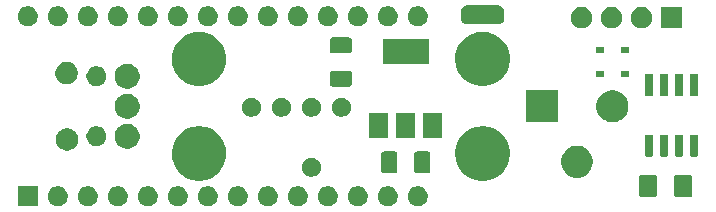
<source format=gts>
G04 #@! TF.GenerationSoftware,KiCad,Pcbnew,(5.1.5-0-10_14)*
G04 #@! TF.CreationDate,2020-02-22T10:41:04+08:00*
G04 #@! TF.ProjectId,audio-board,61756469-6f2d-4626-9f61-72642e6b6963,rev?*
G04 #@! TF.SameCoordinates,Original*
G04 #@! TF.FileFunction,Soldermask,Top*
G04 #@! TF.FilePolarity,Negative*
%FSLAX46Y46*%
G04 Gerber Fmt 4.6, Leading zero omitted, Abs format (unit mm)*
G04 Created by KiCad (PCBNEW (5.1.5-0-10_14)) date 2020-02-22 10:41:04*
%MOMM*%
%LPD*%
G04 APERTURE LIST*
%ADD10C,0.100000*%
G04 APERTURE END LIST*
D10*
G36*
X147433228Y-105806703D02*
G01*
X147588100Y-105870853D01*
X147727481Y-105963985D01*
X147846015Y-106082519D01*
X147939147Y-106221900D01*
X148003297Y-106376772D01*
X148036000Y-106541184D01*
X148036000Y-106708816D01*
X148003297Y-106873228D01*
X147939147Y-107028100D01*
X147846015Y-107167481D01*
X147727481Y-107286015D01*
X147588100Y-107379147D01*
X147433228Y-107443297D01*
X147268816Y-107476000D01*
X147101184Y-107476000D01*
X146936772Y-107443297D01*
X146781900Y-107379147D01*
X146642519Y-107286015D01*
X146523985Y-107167481D01*
X146430853Y-107028100D01*
X146366703Y-106873228D01*
X146334000Y-106708816D01*
X146334000Y-106541184D01*
X146366703Y-106376772D01*
X146430853Y-106221900D01*
X146523985Y-106082519D01*
X146642519Y-105963985D01*
X146781900Y-105870853D01*
X146936772Y-105806703D01*
X147101184Y-105774000D01*
X147268816Y-105774000D01*
X147433228Y-105806703D01*
G37*
G36*
X144893228Y-105806703D02*
G01*
X145048100Y-105870853D01*
X145187481Y-105963985D01*
X145306015Y-106082519D01*
X145399147Y-106221900D01*
X145463297Y-106376772D01*
X145496000Y-106541184D01*
X145496000Y-106708816D01*
X145463297Y-106873228D01*
X145399147Y-107028100D01*
X145306015Y-107167481D01*
X145187481Y-107286015D01*
X145048100Y-107379147D01*
X144893228Y-107443297D01*
X144728816Y-107476000D01*
X144561184Y-107476000D01*
X144396772Y-107443297D01*
X144241900Y-107379147D01*
X144102519Y-107286015D01*
X143983985Y-107167481D01*
X143890853Y-107028100D01*
X143826703Y-106873228D01*
X143794000Y-106708816D01*
X143794000Y-106541184D01*
X143826703Y-106376772D01*
X143890853Y-106221900D01*
X143983985Y-106082519D01*
X144102519Y-105963985D01*
X144241900Y-105870853D01*
X144396772Y-105806703D01*
X144561184Y-105774000D01*
X144728816Y-105774000D01*
X144893228Y-105806703D01*
G37*
G36*
X142353228Y-105806703D02*
G01*
X142508100Y-105870853D01*
X142647481Y-105963985D01*
X142766015Y-106082519D01*
X142859147Y-106221900D01*
X142923297Y-106376772D01*
X142956000Y-106541184D01*
X142956000Y-106708816D01*
X142923297Y-106873228D01*
X142859147Y-107028100D01*
X142766015Y-107167481D01*
X142647481Y-107286015D01*
X142508100Y-107379147D01*
X142353228Y-107443297D01*
X142188816Y-107476000D01*
X142021184Y-107476000D01*
X141856772Y-107443297D01*
X141701900Y-107379147D01*
X141562519Y-107286015D01*
X141443985Y-107167481D01*
X141350853Y-107028100D01*
X141286703Y-106873228D01*
X141254000Y-106708816D01*
X141254000Y-106541184D01*
X141286703Y-106376772D01*
X141350853Y-106221900D01*
X141443985Y-106082519D01*
X141562519Y-105963985D01*
X141701900Y-105870853D01*
X141856772Y-105806703D01*
X142021184Y-105774000D01*
X142188816Y-105774000D01*
X142353228Y-105806703D01*
G37*
G36*
X139813228Y-105806703D02*
G01*
X139968100Y-105870853D01*
X140107481Y-105963985D01*
X140226015Y-106082519D01*
X140319147Y-106221900D01*
X140383297Y-106376772D01*
X140416000Y-106541184D01*
X140416000Y-106708816D01*
X140383297Y-106873228D01*
X140319147Y-107028100D01*
X140226015Y-107167481D01*
X140107481Y-107286015D01*
X139968100Y-107379147D01*
X139813228Y-107443297D01*
X139648816Y-107476000D01*
X139481184Y-107476000D01*
X139316772Y-107443297D01*
X139161900Y-107379147D01*
X139022519Y-107286015D01*
X138903985Y-107167481D01*
X138810853Y-107028100D01*
X138746703Y-106873228D01*
X138714000Y-106708816D01*
X138714000Y-106541184D01*
X138746703Y-106376772D01*
X138810853Y-106221900D01*
X138903985Y-106082519D01*
X139022519Y-105963985D01*
X139161900Y-105870853D01*
X139316772Y-105806703D01*
X139481184Y-105774000D01*
X139648816Y-105774000D01*
X139813228Y-105806703D01*
G37*
G36*
X137273228Y-105806703D02*
G01*
X137428100Y-105870853D01*
X137567481Y-105963985D01*
X137686015Y-106082519D01*
X137779147Y-106221900D01*
X137843297Y-106376772D01*
X137876000Y-106541184D01*
X137876000Y-106708816D01*
X137843297Y-106873228D01*
X137779147Y-107028100D01*
X137686015Y-107167481D01*
X137567481Y-107286015D01*
X137428100Y-107379147D01*
X137273228Y-107443297D01*
X137108816Y-107476000D01*
X136941184Y-107476000D01*
X136776772Y-107443297D01*
X136621900Y-107379147D01*
X136482519Y-107286015D01*
X136363985Y-107167481D01*
X136270853Y-107028100D01*
X136206703Y-106873228D01*
X136174000Y-106708816D01*
X136174000Y-106541184D01*
X136206703Y-106376772D01*
X136270853Y-106221900D01*
X136363985Y-106082519D01*
X136482519Y-105963985D01*
X136621900Y-105870853D01*
X136776772Y-105806703D01*
X136941184Y-105774000D01*
X137108816Y-105774000D01*
X137273228Y-105806703D01*
G37*
G36*
X134733228Y-105806703D02*
G01*
X134888100Y-105870853D01*
X135027481Y-105963985D01*
X135146015Y-106082519D01*
X135239147Y-106221900D01*
X135303297Y-106376772D01*
X135336000Y-106541184D01*
X135336000Y-106708816D01*
X135303297Y-106873228D01*
X135239147Y-107028100D01*
X135146015Y-107167481D01*
X135027481Y-107286015D01*
X134888100Y-107379147D01*
X134733228Y-107443297D01*
X134568816Y-107476000D01*
X134401184Y-107476000D01*
X134236772Y-107443297D01*
X134081900Y-107379147D01*
X133942519Y-107286015D01*
X133823985Y-107167481D01*
X133730853Y-107028100D01*
X133666703Y-106873228D01*
X133634000Y-106708816D01*
X133634000Y-106541184D01*
X133666703Y-106376772D01*
X133730853Y-106221900D01*
X133823985Y-106082519D01*
X133942519Y-105963985D01*
X134081900Y-105870853D01*
X134236772Y-105806703D01*
X134401184Y-105774000D01*
X134568816Y-105774000D01*
X134733228Y-105806703D01*
G37*
G36*
X132193228Y-105806703D02*
G01*
X132348100Y-105870853D01*
X132487481Y-105963985D01*
X132606015Y-106082519D01*
X132699147Y-106221900D01*
X132763297Y-106376772D01*
X132796000Y-106541184D01*
X132796000Y-106708816D01*
X132763297Y-106873228D01*
X132699147Y-107028100D01*
X132606015Y-107167481D01*
X132487481Y-107286015D01*
X132348100Y-107379147D01*
X132193228Y-107443297D01*
X132028816Y-107476000D01*
X131861184Y-107476000D01*
X131696772Y-107443297D01*
X131541900Y-107379147D01*
X131402519Y-107286015D01*
X131283985Y-107167481D01*
X131190853Y-107028100D01*
X131126703Y-106873228D01*
X131094000Y-106708816D01*
X131094000Y-106541184D01*
X131126703Y-106376772D01*
X131190853Y-106221900D01*
X131283985Y-106082519D01*
X131402519Y-105963985D01*
X131541900Y-105870853D01*
X131696772Y-105806703D01*
X131861184Y-105774000D01*
X132028816Y-105774000D01*
X132193228Y-105806703D01*
G37*
G36*
X129653228Y-105806703D02*
G01*
X129808100Y-105870853D01*
X129947481Y-105963985D01*
X130066015Y-106082519D01*
X130159147Y-106221900D01*
X130223297Y-106376772D01*
X130256000Y-106541184D01*
X130256000Y-106708816D01*
X130223297Y-106873228D01*
X130159147Y-107028100D01*
X130066015Y-107167481D01*
X129947481Y-107286015D01*
X129808100Y-107379147D01*
X129653228Y-107443297D01*
X129488816Y-107476000D01*
X129321184Y-107476000D01*
X129156772Y-107443297D01*
X129001900Y-107379147D01*
X128862519Y-107286015D01*
X128743985Y-107167481D01*
X128650853Y-107028100D01*
X128586703Y-106873228D01*
X128554000Y-106708816D01*
X128554000Y-106541184D01*
X128586703Y-106376772D01*
X128650853Y-106221900D01*
X128743985Y-106082519D01*
X128862519Y-105963985D01*
X129001900Y-105870853D01*
X129156772Y-105806703D01*
X129321184Y-105774000D01*
X129488816Y-105774000D01*
X129653228Y-105806703D01*
G37*
G36*
X127113228Y-105806703D02*
G01*
X127268100Y-105870853D01*
X127407481Y-105963985D01*
X127526015Y-106082519D01*
X127619147Y-106221900D01*
X127683297Y-106376772D01*
X127716000Y-106541184D01*
X127716000Y-106708816D01*
X127683297Y-106873228D01*
X127619147Y-107028100D01*
X127526015Y-107167481D01*
X127407481Y-107286015D01*
X127268100Y-107379147D01*
X127113228Y-107443297D01*
X126948816Y-107476000D01*
X126781184Y-107476000D01*
X126616772Y-107443297D01*
X126461900Y-107379147D01*
X126322519Y-107286015D01*
X126203985Y-107167481D01*
X126110853Y-107028100D01*
X126046703Y-106873228D01*
X126014000Y-106708816D01*
X126014000Y-106541184D01*
X126046703Y-106376772D01*
X126110853Y-106221900D01*
X126203985Y-106082519D01*
X126322519Y-105963985D01*
X126461900Y-105870853D01*
X126616772Y-105806703D01*
X126781184Y-105774000D01*
X126948816Y-105774000D01*
X127113228Y-105806703D01*
G37*
G36*
X124573228Y-105806703D02*
G01*
X124728100Y-105870853D01*
X124867481Y-105963985D01*
X124986015Y-106082519D01*
X125079147Y-106221900D01*
X125143297Y-106376772D01*
X125176000Y-106541184D01*
X125176000Y-106708816D01*
X125143297Y-106873228D01*
X125079147Y-107028100D01*
X124986015Y-107167481D01*
X124867481Y-107286015D01*
X124728100Y-107379147D01*
X124573228Y-107443297D01*
X124408816Y-107476000D01*
X124241184Y-107476000D01*
X124076772Y-107443297D01*
X123921900Y-107379147D01*
X123782519Y-107286015D01*
X123663985Y-107167481D01*
X123570853Y-107028100D01*
X123506703Y-106873228D01*
X123474000Y-106708816D01*
X123474000Y-106541184D01*
X123506703Y-106376772D01*
X123570853Y-106221900D01*
X123663985Y-106082519D01*
X123782519Y-105963985D01*
X123921900Y-105870853D01*
X124076772Y-105806703D01*
X124241184Y-105774000D01*
X124408816Y-105774000D01*
X124573228Y-105806703D01*
G37*
G36*
X122033228Y-105806703D02*
G01*
X122188100Y-105870853D01*
X122327481Y-105963985D01*
X122446015Y-106082519D01*
X122539147Y-106221900D01*
X122603297Y-106376772D01*
X122636000Y-106541184D01*
X122636000Y-106708816D01*
X122603297Y-106873228D01*
X122539147Y-107028100D01*
X122446015Y-107167481D01*
X122327481Y-107286015D01*
X122188100Y-107379147D01*
X122033228Y-107443297D01*
X121868816Y-107476000D01*
X121701184Y-107476000D01*
X121536772Y-107443297D01*
X121381900Y-107379147D01*
X121242519Y-107286015D01*
X121123985Y-107167481D01*
X121030853Y-107028100D01*
X120966703Y-106873228D01*
X120934000Y-106708816D01*
X120934000Y-106541184D01*
X120966703Y-106376772D01*
X121030853Y-106221900D01*
X121123985Y-106082519D01*
X121242519Y-105963985D01*
X121381900Y-105870853D01*
X121536772Y-105806703D01*
X121701184Y-105774000D01*
X121868816Y-105774000D01*
X122033228Y-105806703D01*
G37*
G36*
X119493228Y-105806703D02*
G01*
X119648100Y-105870853D01*
X119787481Y-105963985D01*
X119906015Y-106082519D01*
X119999147Y-106221900D01*
X120063297Y-106376772D01*
X120096000Y-106541184D01*
X120096000Y-106708816D01*
X120063297Y-106873228D01*
X119999147Y-107028100D01*
X119906015Y-107167481D01*
X119787481Y-107286015D01*
X119648100Y-107379147D01*
X119493228Y-107443297D01*
X119328816Y-107476000D01*
X119161184Y-107476000D01*
X118996772Y-107443297D01*
X118841900Y-107379147D01*
X118702519Y-107286015D01*
X118583985Y-107167481D01*
X118490853Y-107028100D01*
X118426703Y-106873228D01*
X118394000Y-106708816D01*
X118394000Y-106541184D01*
X118426703Y-106376772D01*
X118490853Y-106221900D01*
X118583985Y-106082519D01*
X118702519Y-105963985D01*
X118841900Y-105870853D01*
X118996772Y-105806703D01*
X119161184Y-105774000D01*
X119328816Y-105774000D01*
X119493228Y-105806703D01*
G37*
G36*
X116953228Y-105806703D02*
G01*
X117108100Y-105870853D01*
X117247481Y-105963985D01*
X117366015Y-106082519D01*
X117459147Y-106221900D01*
X117523297Y-106376772D01*
X117556000Y-106541184D01*
X117556000Y-106708816D01*
X117523297Y-106873228D01*
X117459147Y-107028100D01*
X117366015Y-107167481D01*
X117247481Y-107286015D01*
X117108100Y-107379147D01*
X116953228Y-107443297D01*
X116788816Y-107476000D01*
X116621184Y-107476000D01*
X116456772Y-107443297D01*
X116301900Y-107379147D01*
X116162519Y-107286015D01*
X116043985Y-107167481D01*
X115950853Y-107028100D01*
X115886703Y-106873228D01*
X115854000Y-106708816D01*
X115854000Y-106541184D01*
X115886703Y-106376772D01*
X115950853Y-106221900D01*
X116043985Y-106082519D01*
X116162519Y-105963985D01*
X116301900Y-105870853D01*
X116456772Y-105806703D01*
X116621184Y-105774000D01*
X116788816Y-105774000D01*
X116953228Y-105806703D01*
G37*
G36*
X115016000Y-107476000D02*
G01*
X113314000Y-107476000D01*
X113314000Y-105774000D01*
X115016000Y-105774000D01*
X115016000Y-107476000D01*
G37*
G36*
X167300562Y-104833181D02*
G01*
X167335481Y-104843774D01*
X167367663Y-104860976D01*
X167395873Y-104884127D01*
X167419024Y-104912337D01*
X167436226Y-104944519D01*
X167446819Y-104979438D01*
X167451000Y-105021895D01*
X167451000Y-106488105D01*
X167446819Y-106530562D01*
X167436226Y-106565481D01*
X167419024Y-106597663D01*
X167395873Y-106625873D01*
X167367663Y-106649024D01*
X167335481Y-106666226D01*
X167300562Y-106676819D01*
X167258105Y-106681000D01*
X166116895Y-106681000D01*
X166074438Y-106676819D01*
X166039519Y-106666226D01*
X166007337Y-106649024D01*
X165979127Y-106625873D01*
X165955976Y-106597663D01*
X165938774Y-106565481D01*
X165928181Y-106530562D01*
X165924000Y-106488105D01*
X165924000Y-105021895D01*
X165928181Y-104979438D01*
X165938774Y-104944519D01*
X165955976Y-104912337D01*
X165979127Y-104884127D01*
X166007337Y-104860976D01*
X166039519Y-104843774D01*
X166074438Y-104833181D01*
X166116895Y-104829000D01*
X167258105Y-104829000D01*
X167300562Y-104833181D01*
G37*
G36*
X170275562Y-104833181D02*
G01*
X170310481Y-104843774D01*
X170342663Y-104860976D01*
X170370873Y-104884127D01*
X170394024Y-104912337D01*
X170411226Y-104944519D01*
X170421819Y-104979438D01*
X170426000Y-105021895D01*
X170426000Y-106488105D01*
X170421819Y-106530562D01*
X170411226Y-106565481D01*
X170394024Y-106597663D01*
X170370873Y-106625873D01*
X170342663Y-106649024D01*
X170310481Y-106666226D01*
X170275562Y-106676819D01*
X170233105Y-106681000D01*
X169091895Y-106681000D01*
X169049438Y-106676819D01*
X169014519Y-106666226D01*
X168982337Y-106649024D01*
X168954127Y-106625873D01*
X168930976Y-106597663D01*
X168913774Y-106565481D01*
X168903181Y-106530562D01*
X168899000Y-106488105D01*
X168899000Y-105021895D01*
X168903181Y-104979438D01*
X168913774Y-104944519D01*
X168930976Y-104912337D01*
X168954127Y-104884127D01*
X168982337Y-104860976D01*
X169014519Y-104843774D01*
X169049438Y-104833181D01*
X169091895Y-104829000D01*
X170233105Y-104829000D01*
X170275562Y-104833181D01*
G37*
G36*
X153015765Y-100726703D02*
G01*
X153346177Y-100792426D01*
X153764932Y-100965880D01*
X154141802Y-101217696D01*
X154462304Y-101538198D01*
X154714120Y-101915068D01*
X154887574Y-102333823D01*
X154915931Y-102476384D01*
X154976000Y-102778370D01*
X154976000Y-103231630D01*
X154952057Y-103352000D01*
X154887574Y-103676177D01*
X154714120Y-104094932D01*
X154462304Y-104471802D01*
X154141802Y-104792304D01*
X153764932Y-105044120D01*
X153346177Y-105217574D01*
X153123903Y-105261787D01*
X152901630Y-105306000D01*
X152448370Y-105306000D01*
X152226097Y-105261787D01*
X152003823Y-105217574D01*
X151585068Y-105044120D01*
X151208198Y-104792304D01*
X150887696Y-104471802D01*
X150635880Y-104094932D01*
X150462426Y-103676177D01*
X150397943Y-103352000D01*
X150374000Y-103231630D01*
X150374000Y-102778370D01*
X150434069Y-102476384D01*
X150462426Y-102333823D01*
X150635880Y-101915068D01*
X150887696Y-101538198D01*
X151208198Y-101217696D01*
X151585068Y-100965880D01*
X152003823Y-100792426D01*
X152334235Y-100726703D01*
X152448370Y-100704000D01*
X152901630Y-100704000D01*
X153015765Y-100726703D01*
G37*
G36*
X129015765Y-100726703D02*
G01*
X129346177Y-100792426D01*
X129764932Y-100965880D01*
X130141802Y-101217696D01*
X130462304Y-101538198D01*
X130714120Y-101915068D01*
X130887574Y-102333823D01*
X130915931Y-102476384D01*
X130976000Y-102778370D01*
X130976000Y-103231630D01*
X130952057Y-103352000D01*
X130887574Y-103676177D01*
X130714120Y-104094932D01*
X130462304Y-104471802D01*
X130141802Y-104792304D01*
X129764932Y-105044120D01*
X129346177Y-105217574D01*
X129123903Y-105261787D01*
X128901630Y-105306000D01*
X128448370Y-105306000D01*
X128226097Y-105261787D01*
X128003823Y-105217574D01*
X127585068Y-105044120D01*
X127208198Y-104792304D01*
X126887696Y-104471802D01*
X126635880Y-104094932D01*
X126462426Y-103676177D01*
X126397943Y-103352000D01*
X126374000Y-103231630D01*
X126374000Y-102778370D01*
X126434069Y-102476384D01*
X126462426Y-102333823D01*
X126635880Y-101915068D01*
X126887696Y-101538198D01*
X127208198Y-101217696D01*
X127585068Y-100965880D01*
X128003823Y-100792426D01*
X128334235Y-100726703D01*
X128448370Y-100704000D01*
X128901630Y-100704000D01*
X129015765Y-100726703D01*
G37*
G36*
X161019211Y-102396000D02*
G01*
X161069072Y-102405918D01*
X161314939Y-102507759D01*
X161386554Y-102555611D01*
X161536211Y-102655609D01*
X161724391Y-102843789D01*
X161794807Y-102949174D01*
X161859938Y-103046648D01*
X161872242Y-103065063D01*
X161974082Y-103310928D01*
X162018355Y-103533501D01*
X162026000Y-103571938D01*
X162026000Y-103838062D01*
X161974082Y-104099072D01*
X161872241Y-104344939D01*
X161724390Y-104566212D01*
X161536212Y-104754390D01*
X161314939Y-104902241D01*
X161314938Y-104902242D01*
X161314937Y-104902242D01*
X161069072Y-105004082D01*
X160808063Y-105056000D01*
X160541937Y-105056000D01*
X160280928Y-105004082D01*
X160035063Y-104902242D01*
X160035062Y-104902242D01*
X160035061Y-104902241D01*
X159813788Y-104754390D01*
X159625610Y-104566212D01*
X159477759Y-104344939D01*
X159375918Y-104099072D01*
X159324000Y-103838062D01*
X159324000Y-103571938D01*
X159331646Y-103533501D01*
X159375918Y-103310928D01*
X159477758Y-103065063D01*
X159490063Y-103046648D01*
X159555193Y-102949174D01*
X159625609Y-102843789D01*
X159813789Y-102655609D01*
X159963446Y-102555611D01*
X160035061Y-102507759D01*
X160280928Y-102405918D01*
X160330789Y-102396000D01*
X160541937Y-102354000D01*
X160808063Y-102354000D01*
X161019211Y-102396000D01*
G37*
G36*
X138412142Y-103383242D02*
G01*
X138560101Y-103444529D01*
X138693255Y-103533499D01*
X138806501Y-103646745D01*
X138895471Y-103779899D01*
X138956758Y-103927858D01*
X138988000Y-104084925D01*
X138988000Y-104245075D01*
X138956758Y-104402142D01*
X138895471Y-104550101D01*
X138806501Y-104683255D01*
X138693255Y-104796501D01*
X138560101Y-104885471D01*
X138412142Y-104946758D01*
X138255075Y-104978000D01*
X138094925Y-104978000D01*
X137937858Y-104946758D01*
X137789899Y-104885471D01*
X137656745Y-104796501D01*
X137543499Y-104683255D01*
X137454529Y-104550101D01*
X137393242Y-104402142D01*
X137362000Y-104245075D01*
X137362000Y-104084925D01*
X137393242Y-103927858D01*
X137454529Y-103779899D01*
X137543499Y-103646745D01*
X137656745Y-103533499D01*
X137789899Y-103444529D01*
X137937858Y-103383242D01*
X138094925Y-103352000D01*
X138255075Y-103352000D01*
X138412142Y-103383242D01*
G37*
G36*
X148093604Y-102833347D02*
G01*
X148130144Y-102844432D01*
X148163821Y-102862433D01*
X148193341Y-102886659D01*
X148217567Y-102916179D01*
X148235568Y-102949856D01*
X148246653Y-102986396D01*
X148251000Y-103030538D01*
X148251000Y-104479462D01*
X148246653Y-104523604D01*
X148235568Y-104560144D01*
X148217567Y-104593821D01*
X148193341Y-104623341D01*
X148163821Y-104647567D01*
X148130144Y-104665568D01*
X148093604Y-104676653D01*
X148049462Y-104681000D01*
X147100538Y-104681000D01*
X147056396Y-104676653D01*
X147019856Y-104665568D01*
X146986179Y-104647567D01*
X146956659Y-104623341D01*
X146932433Y-104593821D01*
X146914432Y-104560144D01*
X146903347Y-104523604D01*
X146899000Y-104479462D01*
X146899000Y-103030538D01*
X146903347Y-102986396D01*
X146914432Y-102949856D01*
X146932433Y-102916179D01*
X146956659Y-102886659D01*
X146986179Y-102862433D01*
X147019856Y-102844432D01*
X147056396Y-102833347D01*
X147100538Y-102829000D01*
X148049462Y-102829000D01*
X148093604Y-102833347D01*
G37*
G36*
X145293604Y-102833347D02*
G01*
X145330144Y-102844432D01*
X145363821Y-102862433D01*
X145393341Y-102886659D01*
X145417567Y-102916179D01*
X145435568Y-102949856D01*
X145446653Y-102986396D01*
X145451000Y-103030538D01*
X145451000Y-104479462D01*
X145446653Y-104523604D01*
X145435568Y-104560144D01*
X145417567Y-104593821D01*
X145393341Y-104623341D01*
X145363821Y-104647567D01*
X145330144Y-104665568D01*
X145293604Y-104676653D01*
X145249462Y-104681000D01*
X144300538Y-104681000D01*
X144256396Y-104676653D01*
X144219856Y-104665568D01*
X144186179Y-104647567D01*
X144156659Y-104623341D01*
X144132433Y-104593821D01*
X144114432Y-104560144D01*
X144103347Y-104523604D01*
X144099000Y-104479462D01*
X144099000Y-103030538D01*
X144103347Y-102986396D01*
X144114432Y-102949856D01*
X144132433Y-102916179D01*
X144156659Y-102886659D01*
X144186179Y-102862433D01*
X144219856Y-102844432D01*
X144256396Y-102833347D01*
X144300538Y-102829000D01*
X145249462Y-102829000D01*
X145293604Y-102833347D01*
G37*
G36*
X167029928Y-101406764D02*
G01*
X167051009Y-101413160D01*
X167070445Y-101423548D01*
X167087476Y-101437524D01*
X167101452Y-101454555D01*
X167111840Y-101473991D01*
X167118236Y-101495072D01*
X167121000Y-101523140D01*
X167121000Y-103136860D01*
X167118236Y-103164928D01*
X167111840Y-103186009D01*
X167101452Y-103205445D01*
X167087476Y-103222476D01*
X167070445Y-103236452D01*
X167051009Y-103246840D01*
X167029928Y-103253236D01*
X167001860Y-103256000D01*
X166538140Y-103256000D01*
X166510072Y-103253236D01*
X166488991Y-103246840D01*
X166469555Y-103236452D01*
X166452524Y-103222476D01*
X166438548Y-103205445D01*
X166428160Y-103186009D01*
X166421764Y-103164928D01*
X166419000Y-103136860D01*
X166419000Y-101523140D01*
X166421764Y-101495072D01*
X166428160Y-101473991D01*
X166438548Y-101454555D01*
X166452524Y-101437524D01*
X166469555Y-101423548D01*
X166488991Y-101413160D01*
X166510072Y-101406764D01*
X166538140Y-101404000D01*
X167001860Y-101404000D01*
X167029928Y-101406764D01*
G37*
G36*
X168299928Y-101406764D02*
G01*
X168321009Y-101413160D01*
X168340445Y-101423548D01*
X168357476Y-101437524D01*
X168371452Y-101454555D01*
X168381840Y-101473991D01*
X168388236Y-101495072D01*
X168391000Y-101523140D01*
X168391000Y-103136860D01*
X168388236Y-103164928D01*
X168381840Y-103186009D01*
X168371452Y-103205445D01*
X168357476Y-103222476D01*
X168340445Y-103236452D01*
X168321009Y-103246840D01*
X168299928Y-103253236D01*
X168271860Y-103256000D01*
X167808140Y-103256000D01*
X167780072Y-103253236D01*
X167758991Y-103246840D01*
X167739555Y-103236452D01*
X167722524Y-103222476D01*
X167708548Y-103205445D01*
X167698160Y-103186009D01*
X167691764Y-103164928D01*
X167689000Y-103136860D01*
X167689000Y-101523140D01*
X167691764Y-101495072D01*
X167698160Y-101473991D01*
X167708548Y-101454555D01*
X167722524Y-101437524D01*
X167739555Y-101423548D01*
X167758991Y-101413160D01*
X167780072Y-101406764D01*
X167808140Y-101404000D01*
X168271860Y-101404000D01*
X168299928Y-101406764D01*
G37*
G36*
X170839928Y-101406764D02*
G01*
X170861009Y-101413160D01*
X170880445Y-101423548D01*
X170897476Y-101437524D01*
X170911452Y-101454555D01*
X170921840Y-101473991D01*
X170928236Y-101495072D01*
X170931000Y-101523140D01*
X170931000Y-103136860D01*
X170928236Y-103164928D01*
X170921840Y-103186009D01*
X170911452Y-103205445D01*
X170897476Y-103222476D01*
X170880445Y-103236452D01*
X170861009Y-103246840D01*
X170839928Y-103253236D01*
X170811860Y-103256000D01*
X170348140Y-103256000D01*
X170320072Y-103253236D01*
X170298991Y-103246840D01*
X170279555Y-103236452D01*
X170262524Y-103222476D01*
X170248548Y-103205445D01*
X170238160Y-103186009D01*
X170231764Y-103164928D01*
X170229000Y-103136860D01*
X170229000Y-101523140D01*
X170231764Y-101495072D01*
X170238160Y-101473991D01*
X170248548Y-101454555D01*
X170262524Y-101437524D01*
X170279555Y-101423548D01*
X170298991Y-101413160D01*
X170320072Y-101406764D01*
X170348140Y-101404000D01*
X170811860Y-101404000D01*
X170839928Y-101406764D01*
G37*
G36*
X169569928Y-101406764D02*
G01*
X169591009Y-101413160D01*
X169610445Y-101423548D01*
X169627476Y-101437524D01*
X169641452Y-101454555D01*
X169651840Y-101473991D01*
X169658236Y-101495072D01*
X169661000Y-101523140D01*
X169661000Y-103136860D01*
X169658236Y-103164928D01*
X169651840Y-103186009D01*
X169641452Y-103205445D01*
X169627476Y-103222476D01*
X169610445Y-103236452D01*
X169591009Y-103246840D01*
X169569928Y-103253236D01*
X169541860Y-103256000D01*
X169078140Y-103256000D01*
X169050072Y-103253236D01*
X169028991Y-103246840D01*
X169009555Y-103236452D01*
X168992524Y-103222476D01*
X168978548Y-103205445D01*
X168968160Y-103186009D01*
X168961764Y-103164928D01*
X168959000Y-103136860D01*
X168959000Y-101523140D01*
X168961764Y-101495072D01*
X168968160Y-101473991D01*
X168978548Y-101454555D01*
X168992524Y-101437524D01*
X169009555Y-101423548D01*
X169028991Y-101413160D01*
X169050072Y-101406764D01*
X169078140Y-101404000D01*
X169541860Y-101404000D01*
X169569928Y-101406764D01*
G37*
G36*
X117782395Y-100890546D02*
G01*
X117955466Y-100962234D01*
X118015757Y-101002519D01*
X118111227Y-101066310D01*
X118243690Y-101198773D01*
X118270191Y-101238435D01*
X118347766Y-101354534D01*
X118419454Y-101527605D01*
X118456000Y-101711333D01*
X118456000Y-101898667D01*
X118419454Y-102082395D01*
X118347766Y-102255466D01*
X118296081Y-102332818D01*
X118243690Y-102411227D01*
X118111227Y-102543690D01*
X118032939Y-102596000D01*
X117955466Y-102647766D01*
X117782395Y-102719454D01*
X117598667Y-102756000D01*
X117411333Y-102756000D01*
X117227605Y-102719454D01*
X117054534Y-102647766D01*
X116977061Y-102596000D01*
X116898773Y-102543690D01*
X116766310Y-102411227D01*
X116713919Y-102332818D01*
X116662234Y-102255466D01*
X116590546Y-102082395D01*
X116554000Y-101898667D01*
X116554000Y-101711333D01*
X116590546Y-101527605D01*
X116662234Y-101354534D01*
X116739809Y-101238435D01*
X116766310Y-101198773D01*
X116898773Y-101066310D01*
X116994243Y-101002519D01*
X117054534Y-100962234D01*
X117227605Y-100890546D01*
X117411333Y-100854000D01*
X117598667Y-100854000D01*
X117782395Y-100890546D01*
G37*
G36*
X122891564Y-100534389D02*
G01*
X123082833Y-100613615D01*
X123082835Y-100613616D01*
X123254973Y-100728635D01*
X123401365Y-100875027D01*
X123459636Y-100962235D01*
X123516385Y-101047167D01*
X123595611Y-101238436D01*
X123636000Y-101441484D01*
X123636000Y-101648516D01*
X123595611Y-101851564D01*
X123516385Y-102042833D01*
X123516384Y-102042835D01*
X123401365Y-102214973D01*
X123254973Y-102361365D01*
X123082835Y-102476384D01*
X123082834Y-102476385D01*
X123082833Y-102476385D01*
X122891564Y-102555611D01*
X122688516Y-102596000D01*
X122481484Y-102596000D01*
X122278436Y-102555611D01*
X122087167Y-102476385D01*
X122087166Y-102476385D01*
X122087165Y-102476384D01*
X121915027Y-102361365D01*
X121768635Y-102214973D01*
X121653616Y-102042835D01*
X121653615Y-102042833D01*
X121574389Y-101851564D01*
X121534000Y-101648516D01*
X121534000Y-101441484D01*
X121574389Y-101238436D01*
X121653615Y-101047167D01*
X121710365Y-100962235D01*
X121768635Y-100875027D01*
X121915027Y-100728635D01*
X122087165Y-100613616D01*
X122087167Y-100613615D01*
X122278436Y-100534389D01*
X122481484Y-100494000D01*
X122688516Y-100494000D01*
X122891564Y-100534389D01*
G37*
G36*
X120233228Y-100726703D02*
G01*
X120388100Y-100790853D01*
X120527481Y-100883985D01*
X120646015Y-101002519D01*
X120739147Y-101141900D01*
X120803297Y-101296772D01*
X120836000Y-101461184D01*
X120836000Y-101628816D01*
X120803297Y-101793228D01*
X120739147Y-101948100D01*
X120646015Y-102087481D01*
X120527481Y-102206015D01*
X120388100Y-102299147D01*
X120233228Y-102363297D01*
X120068816Y-102396000D01*
X119901184Y-102396000D01*
X119736772Y-102363297D01*
X119581900Y-102299147D01*
X119442519Y-102206015D01*
X119323985Y-102087481D01*
X119230853Y-101948100D01*
X119166703Y-101793228D01*
X119134000Y-101628816D01*
X119134000Y-101461184D01*
X119166703Y-101296772D01*
X119230853Y-101141900D01*
X119323985Y-101002519D01*
X119442519Y-100883985D01*
X119581900Y-100790853D01*
X119736772Y-100726703D01*
X119901184Y-100694000D01*
X120068816Y-100694000D01*
X120233228Y-100726703D01*
G37*
G36*
X144676000Y-101706000D02*
G01*
X143074000Y-101706000D01*
X143074000Y-99604000D01*
X144676000Y-99604000D01*
X144676000Y-101706000D01*
G37*
G36*
X149276000Y-101706000D02*
G01*
X147674000Y-101706000D01*
X147674000Y-99604000D01*
X149276000Y-99604000D01*
X149276000Y-101706000D01*
G37*
G36*
X146976000Y-101706000D02*
G01*
X145374000Y-101706000D01*
X145374000Y-99604000D01*
X146976000Y-99604000D01*
X146976000Y-101706000D01*
G37*
G36*
X159026000Y-100356000D02*
G01*
X156324000Y-100356000D01*
X156324000Y-97654000D01*
X159026000Y-97654000D01*
X159026000Y-100356000D01*
G37*
G36*
X164069072Y-97705918D02*
G01*
X164314939Y-97807759D01*
X164426328Y-97882187D01*
X164533803Y-97954000D01*
X164536212Y-97955610D01*
X164724390Y-98143788D01*
X164871886Y-98364529D01*
X164872242Y-98365063D01*
X164974082Y-98610928D01*
X165026000Y-98871937D01*
X165026000Y-99138063D01*
X164974082Y-99399072D01*
X164872242Y-99644937D01*
X164724391Y-99866211D01*
X164536211Y-100054391D01*
X164426328Y-100127813D01*
X164314939Y-100202241D01*
X164314938Y-100202242D01*
X164314937Y-100202242D01*
X164069072Y-100304082D01*
X163808063Y-100356000D01*
X163541937Y-100356000D01*
X163280928Y-100304082D01*
X163035063Y-100202242D01*
X163035062Y-100202242D01*
X163035061Y-100202241D01*
X162923672Y-100127813D01*
X162813789Y-100054391D01*
X162625609Y-99866211D01*
X162477758Y-99644937D01*
X162375918Y-99399072D01*
X162324000Y-99138063D01*
X162324000Y-98871937D01*
X162375918Y-98610928D01*
X162477758Y-98365063D01*
X162478115Y-98364529D01*
X162625610Y-98143788D01*
X162813788Y-97955610D01*
X162816198Y-97954000D01*
X162923672Y-97882187D01*
X163035061Y-97807759D01*
X163280928Y-97705918D01*
X163541937Y-97654000D01*
X163808063Y-97654000D01*
X164069072Y-97705918D01*
G37*
G36*
X122891564Y-97994389D02*
G01*
X123080083Y-98072476D01*
X123082835Y-98073616D01*
X123254973Y-98188635D01*
X123401365Y-98335027D01*
X123480526Y-98453499D01*
X123516385Y-98507167D01*
X123595611Y-98698436D01*
X123636000Y-98901484D01*
X123636000Y-99108516D01*
X123595611Y-99311564D01*
X123559364Y-99399072D01*
X123516384Y-99502835D01*
X123401365Y-99674973D01*
X123254973Y-99821365D01*
X123082835Y-99936384D01*
X123082834Y-99936385D01*
X123082833Y-99936385D01*
X122891564Y-100015611D01*
X122688516Y-100056000D01*
X122481484Y-100056000D01*
X122278436Y-100015611D01*
X122087167Y-99936385D01*
X122087166Y-99936385D01*
X122087165Y-99936384D01*
X121915027Y-99821365D01*
X121768635Y-99674973D01*
X121653616Y-99502835D01*
X121610636Y-99399072D01*
X121574389Y-99311564D01*
X121534000Y-99108516D01*
X121534000Y-98901484D01*
X121574389Y-98698436D01*
X121653615Y-98507167D01*
X121689475Y-98453499D01*
X121768635Y-98335027D01*
X121915027Y-98188635D01*
X122087165Y-98073616D01*
X122089917Y-98072476D01*
X122278436Y-97994389D01*
X122481484Y-97954000D01*
X122688516Y-97954000D01*
X122891564Y-97994389D01*
G37*
G36*
X140952142Y-98303242D02*
G01*
X141100101Y-98364529D01*
X141233255Y-98453499D01*
X141346501Y-98566745D01*
X141435471Y-98699899D01*
X141496758Y-98847858D01*
X141528000Y-99004925D01*
X141528000Y-99165075D01*
X141496758Y-99322142D01*
X141435471Y-99470101D01*
X141346501Y-99603255D01*
X141233255Y-99716501D01*
X141100101Y-99805471D01*
X140952142Y-99866758D01*
X140795075Y-99898000D01*
X140634925Y-99898000D01*
X140477858Y-99866758D01*
X140329899Y-99805471D01*
X140196745Y-99716501D01*
X140083499Y-99603255D01*
X139994529Y-99470101D01*
X139933242Y-99322142D01*
X139902000Y-99165075D01*
X139902000Y-99004925D01*
X139933242Y-98847858D01*
X139994529Y-98699899D01*
X140083499Y-98566745D01*
X140196745Y-98453499D01*
X140329899Y-98364529D01*
X140477858Y-98303242D01*
X140634925Y-98272000D01*
X140795075Y-98272000D01*
X140952142Y-98303242D01*
G37*
G36*
X138412142Y-98303242D02*
G01*
X138560101Y-98364529D01*
X138693255Y-98453499D01*
X138806501Y-98566745D01*
X138895471Y-98699899D01*
X138956758Y-98847858D01*
X138988000Y-99004925D01*
X138988000Y-99165075D01*
X138956758Y-99322142D01*
X138895471Y-99470101D01*
X138806501Y-99603255D01*
X138693255Y-99716501D01*
X138560101Y-99805471D01*
X138412142Y-99866758D01*
X138255075Y-99898000D01*
X138094925Y-99898000D01*
X137937858Y-99866758D01*
X137789899Y-99805471D01*
X137656745Y-99716501D01*
X137543499Y-99603255D01*
X137454529Y-99470101D01*
X137393242Y-99322142D01*
X137362000Y-99165075D01*
X137362000Y-99004925D01*
X137393242Y-98847858D01*
X137454529Y-98699899D01*
X137543499Y-98566745D01*
X137656745Y-98453499D01*
X137789899Y-98364529D01*
X137937858Y-98303242D01*
X138094925Y-98272000D01*
X138255075Y-98272000D01*
X138412142Y-98303242D01*
G37*
G36*
X135872142Y-98303242D02*
G01*
X136020101Y-98364529D01*
X136153255Y-98453499D01*
X136266501Y-98566745D01*
X136355471Y-98699899D01*
X136416758Y-98847858D01*
X136448000Y-99004925D01*
X136448000Y-99165075D01*
X136416758Y-99322142D01*
X136355471Y-99470101D01*
X136266501Y-99603255D01*
X136153255Y-99716501D01*
X136020101Y-99805471D01*
X135872142Y-99866758D01*
X135715075Y-99898000D01*
X135554925Y-99898000D01*
X135397858Y-99866758D01*
X135249899Y-99805471D01*
X135116745Y-99716501D01*
X135003499Y-99603255D01*
X134914529Y-99470101D01*
X134853242Y-99322142D01*
X134822000Y-99165075D01*
X134822000Y-99004925D01*
X134853242Y-98847858D01*
X134914529Y-98699899D01*
X135003499Y-98566745D01*
X135116745Y-98453499D01*
X135249899Y-98364529D01*
X135397858Y-98303242D01*
X135554925Y-98272000D01*
X135715075Y-98272000D01*
X135872142Y-98303242D01*
G37*
G36*
X133332142Y-98303242D02*
G01*
X133480101Y-98364529D01*
X133613255Y-98453499D01*
X133726501Y-98566745D01*
X133815471Y-98699899D01*
X133876758Y-98847858D01*
X133908000Y-99004925D01*
X133908000Y-99165075D01*
X133876758Y-99322142D01*
X133815471Y-99470101D01*
X133726501Y-99603255D01*
X133613255Y-99716501D01*
X133480101Y-99805471D01*
X133332142Y-99866758D01*
X133175075Y-99898000D01*
X133014925Y-99898000D01*
X132857858Y-99866758D01*
X132709899Y-99805471D01*
X132576745Y-99716501D01*
X132463499Y-99603255D01*
X132374529Y-99470101D01*
X132313242Y-99322142D01*
X132282000Y-99165075D01*
X132282000Y-99004925D01*
X132313242Y-98847858D01*
X132374529Y-98699899D01*
X132463499Y-98566745D01*
X132576745Y-98453499D01*
X132709899Y-98364529D01*
X132857858Y-98303242D01*
X133014925Y-98272000D01*
X133175075Y-98272000D01*
X133332142Y-98303242D01*
G37*
G36*
X170839928Y-96256764D02*
G01*
X170861009Y-96263160D01*
X170880445Y-96273548D01*
X170897476Y-96287524D01*
X170911452Y-96304555D01*
X170921840Y-96323991D01*
X170928236Y-96345072D01*
X170931000Y-96373140D01*
X170931000Y-97986860D01*
X170928236Y-98014928D01*
X170921840Y-98036009D01*
X170911452Y-98055445D01*
X170897476Y-98072476D01*
X170880445Y-98086452D01*
X170861009Y-98096840D01*
X170839928Y-98103236D01*
X170811860Y-98106000D01*
X170348140Y-98106000D01*
X170320072Y-98103236D01*
X170298991Y-98096840D01*
X170279555Y-98086452D01*
X170262524Y-98072476D01*
X170248548Y-98055445D01*
X170238160Y-98036009D01*
X170231764Y-98014928D01*
X170229000Y-97986860D01*
X170229000Y-96373140D01*
X170231764Y-96345072D01*
X170238160Y-96323991D01*
X170248548Y-96304555D01*
X170262524Y-96287524D01*
X170279555Y-96273548D01*
X170298991Y-96263160D01*
X170320072Y-96256764D01*
X170348140Y-96254000D01*
X170811860Y-96254000D01*
X170839928Y-96256764D01*
G37*
G36*
X169569928Y-96256764D02*
G01*
X169591009Y-96263160D01*
X169610445Y-96273548D01*
X169627476Y-96287524D01*
X169641452Y-96304555D01*
X169651840Y-96323991D01*
X169658236Y-96345072D01*
X169661000Y-96373140D01*
X169661000Y-97986860D01*
X169658236Y-98014928D01*
X169651840Y-98036009D01*
X169641452Y-98055445D01*
X169627476Y-98072476D01*
X169610445Y-98086452D01*
X169591009Y-98096840D01*
X169569928Y-98103236D01*
X169541860Y-98106000D01*
X169078140Y-98106000D01*
X169050072Y-98103236D01*
X169028991Y-98096840D01*
X169009555Y-98086452D01*
X168992524Y-98072476D01*
X168978548Y-98055445D01*
X168968160Y-98036009D01*
X168961764Y-98014928D01*
X168959000Y-97986860D01*
X168959000Y-96373140D01*
X168961764Y-96345072D01*
X168968160Y-96323991D01*
X168978548Y-96304555D01*
X168992524Y-96287524D01*
X169009555Y-96273548D01*
X169028991Y-96263160D01*
X169050072Y-96256764D01*
X169078140Y-96254000D01*
X169541860Y-96254000D01*
X169569928Y-96256764D01*
G37*
G36*
X168299928Y-96256764D02*
G01*
X168321009Y-96263160D01*
X168340445Y-96273548D01*
X168357476Y-96287524D01*
X168371452Y-96304555D01*
X168381840Y-96323991D01*
X168388236Y-96345072D01*
X168391000Y-96373140D01*
X168391000Y-97986860D01*
X168388236Y-98014928D01*
X168381840Y-98036009D01*
X168371452Y-98055445D01*
X168357476Y-98072476D01*
X168340445Y-98086452D01*
X168321009Y-98096840D01*
X168299928Y-98103236D01*
X168271860Y-98106000D01*
X167808140Y-98106000D01*
X167780072Y-98103236D01*
X167758991Y-98096840D01*
X167739555Y-98086452D01*
X167722524Y-98072476D01*
X167708548Y-98055445D01*
X167698160Y-98036009D01*
X167691764Y-98014928D01*
X167689000Y-97986860D01*
X167689000Y-96373140D01*
X167691764Y-96345072D01*
X167698160Y-96323991D01*
X167708548Y-96304555D01*
X167722524Y-96287524D01*
X167739555Y-96273548D01*
X167758991Y-96263160D01*
X167780072Y-96256764D01*
X167808140Y-96254000D01*
X168271860Y-96254000D01*
X168299928Y-96256764D01*
G37*
G36*
X167029928Y-96256764D02*
G01*
X167051009Y-96263160D01*
X167070445Y-96273548D01*
X167087476Y-96287524D01*
X167101452Y-96304555D01*
X167111840Y-96323991D01*
X167118236Y-96345072D01*
X167121000Y-96373140D01*
X167121000Y-97986860D01*
X167118236Y-98014928D01*
X167111840Y-98036009D01*
X167101452Y-98055445D01*
X167087476Y-98072476D01*
X167070445Y-98086452D01*
X167051009Y-98096840D01*
X167029928Y-98103236D01*
X167001860Y-98106000D01*
X166538140Y-98106000D01*
X166510072Y-98103236D01*
X166488991Y-98096840D01*
X166469555Y-98086452D01*
X166452524Y-98072476D01*
X166438548Y-98055445D01*
X166428160Y-98036009D01*
X166421764Y-98014928D01*
X166419000Y-97986860D01*
X166419000Y-96373140D01*
X166421764Y-96345072D01*
X166428160Y-96323991D01*
X166438548Y-96304555D01*
X166452524Y-96287524D01*
X166469555Y-96273548D01*
X166488991Y-96263160D01*
X166510072Y-96256764D01*
X166538140Y-96254000D01*
X167001860Y-96254000D01*
X167029928Y-96256764D01*
G37*
G36*
X122891564Y-95454389D02*
G01*
X123082833Y-95533615D01*
X123082835Y-95533616D01*
X123180349Y-95598773D01*
X123254973Y-95648635D01*
X123401365Y-95795027D01*
X123516385Y-95967167D01*
X123595611Y-96158436D01*
X123636000Y-96361484D01*
X123636000Y-96568516D01*
X123595611Y-96771564D01*
X123524314Y-96943690D01*
X123516384Y-96962835D01*
X123401365Y-97134973D01*
X123254973Y-97281365D01*
X123082835Y-97396384D01*
X123082834Y-97396385D01*
X123082833Y-97396385D01*
X122891564Y-97475611D01*
X122688516Y-97516000D01*
X122481484Y-97516000D01*
X122278436Y-97475611D01*
X122087167Y-97396385D01*
X122087166Y-97396385D01*
X122087165Y-97396384D01*
X121915027Y-97281365D01*
X121768635Y-97134973D01*
X121653616Y-96962835D01*
X121645686Y-96943690D01*
X121574389Y-96771564D01*
X121534000Y-96568516D01*
X121534000Y-96361484D01*
X121574389Y-96158436D01*
X121653615Y-95967167D01*
X121768635Y-95795027D01*
X121915027Y-95648635D01*
X121989651Y-95598773D01*
X122087165Y-95533616D01*
X122087167Y-95533615D01*
X122278436Y-95454389D01*
X122481484Y-95414000D01*
X122688516Y-95414000D01*
X122891564Y-95454389D01*
G37*
G36*
X141443604Y-95983347D02*
G01*
X141480144Y-95994432D01*
X141513821Y-96012433D01*
X141543341Y-96036659D01*
X141567567Y-96066179D01*
X141585568Y-96099856D01*
X141596653Y-96136396D01*
X141601000Y-96180538D01*
X141601000Y-97129462D01*
X141596653Y-97173604D01*
X141585568Y-97210144D01*
X141567567Y-97243821D01*
X141543341Y-97273341D01*
X141513821Y-97297567D01*
X141480144Y-97315568D01*
X141443604Y-97326653D01*
X141399462Y-97331000D01*
X139950538Y-97331000D01*
X139906396Y-97326653D01*
X139869856Y-97315568D01*
X139836179Y-97297567D01*
X139806659Y-97273341D01*
X139782433Y-97243821D01*
X139764432Y-97210144D01*
X139753347Y-97173604D01*
X139749000Y-97129462D01*
X139749000Y-96180538D01*
X139753347Y-96136396D01*
X139764432Y-96099856D01*
X139782433Y-96066179D01*
X139806659Y-96036659D01*
X139836179Y-96012433D01*
X139869856Y-95994432D01*
X139906396Y-95983347D01*
X139950538Y-95979000D01*
X141399462Y-95979000D01*
X141443604Y-95983347D01*
G37*
G36*
X120233228Y-95646703D02*
G01*
X120388100Y-95710853D01*
X120527481Y-95803985D01*
X120646015Y-95922519D01*
X120739147Y-96061900D01*
X120803297Y-96216772D01*
X120836000Y-96381184D01*
X120836000Y-96548816D01*
X120803297Y-96713228D01*
X120739147Y-96868100D01*
X120646015Y-97007481D01*
X120527481Y-97126015D01*
X120388100Y-97219147D01*
X120233228Y-97283297D01*
X120068816Y-97316000D01*
X119901184Y-97316000D01*
X119736772Y-97283297D01*
X119581900Y-97219147D01*
X119442519Y-97126015D01*
X119323985Y-97007481D01*
X119230853Y-96868100D01*
X119166703Y-96713228D01*
X119134000Y-96548816D01*
X119134000Y-96381184D01*
X119166703Y-96216772D01*
X119230853Y-96061900D01*
X119323985Y-95922519D01*
X119442519Y-95803985D01*
X119581900Y-95710853D01*
X119736772Y-95646703D01*
X119901184Y-95614000D01*
X120068816Y-95614000D01*
X120233228Y-95646703D01*
G37*
G36*
X153123903Y-92748213D02*
G01*
X153346177Y-92792426D01*
X153764932Y-92965880D01*
X154141802Y-93217696D01*
X154462304Y-93538198D01*
X154714120Y-93915068D01*
X154887574Y-94333823D01*
X154887574Y-94333824D01*
X154976000Y-94778370D01*
X154976000Y-95231630D01*
X154939724Y-95414000D01*
X154887574Y-95676177D01*
X154714120Y-96094932D01*
X154462304Y-96471802D01*
X154141802Y-96792304D01*
X153764932Y-97044120D01*
X153346177Y-97217574D01*
X153214224Y-97243821D01*
X152901630Y-97306000D01*
X152448370Y-97306000D01*
X152135776Y-97243821D01*
X152003823Y-97217574D01*
X151585068Y-97044120D01*
X151208198Y-96792304D01*
X150887696Y-96471802D01*
X150635880Y-96094932D01*
X150462426Y-95676177D01*
X150410276Y-95414000D01*
X150374000Y-95231630D01*
X150374000Y-94778370D01*
X150462426Y-94333824D01*
X150462426Y-94333823D01*
X150635880Y-93915068D01*
X150887696Y-93538198D01*
X151208198Y-93217696D01*
X151585068Y-92965880D01*
X152003823Y-92792426D01*
X152226097Y-92748213D01*
X152448370Y-92704000D01*
X152901630Y-92704000D01*
X153123903Y-92748213D01*
G37*
G36*
X129123903Y-92748213D02*
G01*
X129346177Y-92792426D01*
X129764932Y-92965880D01*
X130141802Y-93217696D01*
X130462304Y-93538198D01*
X130714120Y-93915068D01*
X130887574Y-94333823D01*
X130887574Y-94333824D01*
X130976000Y-94778370D01*
X130976000Y-95231630D01*
X130939724Y-95414000D01*
X130887574Y-95676177D01*
X130714120Y-96094932D01*
X130462304Y-96471802D01*
X130141802Y-96792304D01*
X129764932Y-97044120D01*
X129346177Y-97217574D01*
X129214224Y-97243821D01*
X128901630Y-97306000D01*
X128448370Y-97306000D01*
X128135776Y-97243821D01*
X128003823Y-97217574D01*
X127585068Y-97044120D01*
X127208198Y-96792304D01*
X126887696Y-96471802D01*
X126635880Y-96094932D01*
X126462426Y-95676177D01*
X126410276Y-95414000D01*
X126374000Y-95231630D01*
X126374000Y-94778370D01*
X126462426Y-94333824D01*
X126462426Y-94333823D01*
X126635880Y-93915068D01*
X126887696Y-93538198D01*
X127208198Y-93217696D01*
X127585068Y-92965880D01*
X128003823Y-92792426D01*
X128226097Y-92748213D01*
X128448370Y-92704000D01*
X128901630Y-92704000D01*
X129123903Y-92748213D01*
G37*
G36*
X117742395Y-95290546D02*
G01*
X117915466Y-95362234D01*
X117915467Y-95362235D01*
X118071227Y-95466310D01*
X118203690Y-95598773D01*
X118255409Y-95676176D01*
X118307766Y-95754534D01*
X118379454Y-95927605D01*
X118416000Y-96111333D01*
X118416000Y-96298667D01*
X118379454Y-96482395D01*
X118307766Y-96655466D01*
X118307765Y-96655467D01*
X118203690Y-96811227D01*
X118071227Y-96943690D01*
X118042577Y-96962833D01*
X117915466Y-97047766D01*
X117742395Y-97119454D01*
X117558667Y-97156000D01*
X117371333Y-97156000D01*
X117187605Y-97119454D01*
X117014534Y-97047766D01*
X116887423Y-96962833D01*
X116858773Y-96943690D01*
X116726310Y-96811227D01*
X116622235Y-96655467D01*
X116622234Y-96655466D01*
X116550546Y-96482395D01*
X116514000Y-96298667D01*
X116514000Y-96111333D01*
X116550546Y-95927605D01*
X116622234Y-95754534D01*
X116674591Y-95676176D01*
X116726310Y-95598773D01*
X116858773Y-95466310D01*
X117014533Y-95362235D01*
X117014534Y-95362234D01*
X117187605Y-95290546D01*
X117371333Y-95254000D01*
X117558667Y-95254000D01*
X117742395Y-95290546D01*
G37*
G36*
X165076000Y-96531000D02*
G01*
X164374000Y-96531000D01*
X164374000Y-95979000D01*
X165076000Y-95979000D01*
X165076000Y-96531000D01*
G37*
G36*
X162976000Y-96531000D02*
G01*
X162274000Y-96531000D01*
X162274000Y-95979000D01*
X162976000Y-95979000D01*
X162976000Y-96531000D01*
G37*
G36*
X148126000Y-95406000D02*
G01*
X144224000Y-95406000D01*
X144224000Y-93304000D01*
X148126000Y-93304000D01*
X148126000Y-95406000D01*
G37*
G36*
X165076000Y-94531000D02*
G01*
X164374000Y-94531000D01*
X164374000Y-93979000D01*
X165076000Y-93979000D01*
X165076000Y-94531000D01*
G37*
G36*
X162976000Y-94531000D02*
G01*
X162274000Y-94531000D01*
X162274000Y-93979000D01*
X162976000Y-93979000D01*
X162976000Y-94531000D01*
G37*
G36*
X141443604Y-93183347D02*
G01*
X141480144Y-93194432D01*
X141513821Y-93212433D01*
X141543341Y-93236659D01*
X141567567Y-93266179D01*
X141585568Y-93299856D01*
X141596653Y-93336396D01*
X141601000Y-93380538D01*
X141601000Y-94329462D01*
X141596653Y-94373604D01*
X141585568Y-94410144D01*
X141567567Y-94443821D01*
X141543341Y-94473341D01*
X141513821Y-94497567D01*
X141480144Y-94515568D01*
X141443604Y-94526653D01*
X141399462Y-94531000D01*
X139950538Y-94531000D01*
X139906396Y-94526653D01*
X139869856Y-94515568D01*
X139836179Y-94497567D01*
X139806659Y-94473341D01*
X139782433Y-94443821D01*
X139764432Y-94410144D01*
X139753347Y-94373604D01*
X139749000Y-94329462D01*
X139749000Y-93380538D01*
X139753347Y-93336396D01*
X139764432Y-93299856D01*
X139782433Y-93266179D01*
X139806659Y-93236659D01*
X139836179Y-93212433D01*
X139869856Y-93194432D01*
X139906396Y-93183347D01*
X139950538Y-93179000D01*
X141399462Y-93179000D01*
X141443604Y-93183347D01*
G37*
G36*
X161168512Y-90608927D02*
G01*
X161317812Y-90638624D01*
X161481784Y-90706544D01*
X161629354Y-90805147D01*
X161754853Y-90930646D01*
X161853456Y-91078216D01*
X161921376Y-91242188D01*
X161956000Y-91416259D01*
X161956000Y-91593741D01*
X161921376Y-91767812D01*
X161853456Y-91931784D01*
X161754853Y-92079354D01*
X161629354Y-92204853D01*
X161481784Y-92303456D01*
X161317812Y-92371376D01*
X161168512Y-92401073D01*
X161143742Y-92406000D01*
X160966258Y-92406000D01*
X160941488Y-92401073D01*
X160792188Y-92371376D01*
X160628216Y-92303456D01*
X160480646Y-92204853D01*
X160355147Y-92079354D01*
X160256544Y-91931784D01*
X160188624Y-91767812D01*
X160154000Y-91593741D01*
X160154000Y-91416259D01*
X160188624Y-91242188D01*
X160256544Y-91078216D01*
X160355147Y-90930646D01*
X160480646Y-90805147D01*
X160628216Y-90706544D01*
X160792188Y-90638624D01*
X160941488Y-90608927D01*
X160966258Y-90604000D01*
X161143742Y-90604000D01*
X161168512Y-90608927D01*
G37*
G36*
X163708512Y-90608927D02*
G01*
X163857812Y-90638624D01*
X164021784Y-90706544D01*
X164169354Y-90805147D01*
X164294853Y-90930646D01*
X164393456Y-91078216D01*
X164461376Y-91242188D01*
X164496000Y-91416259D01*
X164496000Y-91593741D01*
X164461376Y-91767812D01*
X164393456Y-91931784D01*
X164294853Y-92079354D01*
X164169354Y-92204853D01*
X164021784Y-92303456D01*
X163857812Y-92371376D01*
X163708512Y-92401073D01*
X163683742Y-92406000D01*
X163506258Y-92406000D01*
X163481488Y-92401073D01*
X163332188Y-92371376D01*
X163168216Y-92303456D01*
X163020646Y-92204853D01*
X162895147Y-92079354D01*
X162796544Y-91931784D01*
X162728624Y-91767812D01*
X162694000Y-91593741D01*
X162694000Y-91416259D01*
X162728624Y-91242188D01*
X162796544Y-91078216D01*
X162895147Y-90930646D01*
X163020646Y-90805147D01*
X163168216Y-90706544D01*
X163332188Y-90638624D01*
X163481488Y-90608927D01*
X163506258Y-90604000D01*
X163683742Y-90604000D01*
X163708512Y-90608927D01*
G37*
G36*
X166248512Y-90608927D02*
G01*
X166397812Y-90638624D01*
X166561784Y-90706544D01*
X166709354Y-90805147D01*
X166834853Y-90930646D01*
X166933456Y-91078216D01*
X167001376Y-91242188D01*
X167036000Y-91416259D01*
X167036000Y-91593741D01*
X167001376Y-91767812D01*
X166933456Y-91931784D01*
X166834853Y-92079354D01*
X166709354Y-92204853D01*
X166561784Y-92303456D01*
X166397812Y-92371376D01*
X166248512Y-92401073D01*
X166223742Y-92406000D01*
X166046258Y-92406000D01*
X166021488Y-92401073D01*
X165872188Y-92371376D01*
X165708216Y-92303456D01*
X165560646Y-92204853D01*
X165435147Y-92079354D01*
X165336544Y-91931784D01*
X165268624Y-91767812D01*
X165234000Y-91593741D01*
X165234000Y-91416259D01*
X165268624Y-91242188D01*
X165336544Y-91078216D01*
X165435147Y-90930646D01*
X165560646Y-90805147D01*
X165708216Y-90706544D01*
X165872188Y-90638624D01*
X166021488Y-90608927D01*
X166046258Y-90604000D01*
X166223742Y-90604000D01*
X166248512Y-90608927D01*
G37*
G36*
X169576000Y-92406000D02*
G01*
X167774000Y-92406000D01*
X167774000Y-90604000D01*
X169576000Y-90604000D01*
X169576000Y-92406000D01*
G37*
G36*
X114413228Y-90566703D02*
G01*
X114568100Y-90630853D01*
X114707481Y-90723985D01*
X114826015Y-90842519D01*
X114919147Y-90981900D01*
X114983297Y-91136772D01*
X115016000Y-91301184D01*
X115016000Y-91468816D01*
X114983297Y-91633228D01*
X114919147Y-91788100D01*
X114826015Y-91927481D01*
X114707481Y-92046015D01*
X114568100Y-92139147D01*
X114413228Y-92203297D01*
X114248816Y-92236000D01*
X114081184Y-92236000D01*
X113916772Y-92203297D01*
X113761900Y-92139147D01*
X113622519Y-92046015D01*
X113503985Y-91927481D01*
X113410853Y-91788100D01*
X113346703Y-91633228D01*
X113314000Y-91468816D01*
X113314000Y-91301184D01*
X113346703Y-91136772D01*
X113410853Y-90981900D01*
X113503985Y-90842519D01*
X113622519Y-90723985D01*
X113761900Y-90630853D01*
X113916772Y-90566703D01*
X114081184Y-90534000D01*
X114248816Y-90534000D01*
X114413228Y-90566703D01*
G37*
G36*
X144893228Y-90566703D02*
G01*
X145048100Y-90630853D01*
X145187481Y-90723985D01*
X145306015Y-90842519D01*
X145399147Y-90981900D01*
X145463297Y-91136772D01*
X145496000Y-91301184D01*
X145496000Y-91468816D01*
X145463297Y-91633228D01*
X145399147Y-91788100D01*
X145306015Y-91927481D01*
X145187481Y-92046015D01*
X145048100Y-92139147D01*
X144893228Y-92203297D01*
X144728816Y-92236000D01*
X144561184Y-92236000D01*
X144396772Y-92203297D01*
X144241900Y-92139147D01*
X144102519Y-92046015D01*
X143983985Y-91927481D01*
X143890853Y-91788100D01*
X143826703Y-91633228D01*
X143794000Y-91468816D01*
X143794000Y-91301184D01*
X143826703Y-91136772D01*
X143890853Y-90981900D01*
X143983985Y-90842519D01*
X144102519Y-90723985D01*
X144241900Y-90630853D01*
X144396772Y-90566703D01*
X144561184Y-90534000D01*
X144728816Y-90534000D01*
X144893228Y-90566703D01*
G37*
G36*
X119493228Y-90566703D02*
G01*
X119648100Y-90630853D01*
X119787481Y-90723985D01*
X119906015Y-90842519D01*
X119999147Y-90981900D01*
X120063297Y-91136772D01*
X120096000Y-91301184D01*
X120096000Y-91468816D01*
X120063297Y-91633228D01*
X119999147Y-91788100D01*
X119906015Y-91927481D01*
X119787481Y-92046015D01*
X119648100Y-92139147D01*
X119493228Y-92203297D01*
X119328816Y-92236000D01*
X119161184Y-92236000D01*
X118996772Y-92203297D01*
X118841900Y-92139147D01*
X118702519Y-92046015D01*
X118583985Y-91927481D01*
X118490853Y-91788100D01*
X118426703Y-91633228D01*
X118394000Y-91468816D01*
X118394000Y-91301184D01*
X118426703Y-91136772D01*
X118490853Y-90981900D01*
X118583985Y-90842519D01*
X118702519Y-90723985D01*
X118841900Y-90630853D01*
X118996772Y-90566703D01*
X119161184Y-90534000D01*
X119328816Y-90534000D01*
X119493228Y-90566703D01*
G37*
G36*
X122033228Y-90566703D02*
G01*
X122188100Y-90630853D01*
X122327481Y-90723985D01*
X122446015Y-90842519D01*
X122539147Y-90981900D01*
X122603297Y-91136772D01*
X122636000Y-91301184D01*
X122636000Y-91468816D01*
X122603297Y-91633228D01*
X122539147Y-91788100D01*
X122446015Y-91927481D01*
X122327481Y-92046015D01*
X122188100Y-92139147D01*
X122033228Y-92203297D01*
X121868816Y-92236000D01*
X121701184Y-92236000D01*
X121536772Y-92203297D01*
X121381900Y-92139147D01*
X121242519Y-92046015D01*
X121123985Y-91927481D01*
X121030853Y-91788100D01*
X120966703Y-91633228D01*
X120934000Y-91468816D01*
X120934000Y-91301184D01*
X120966703Y-91136772D01*
X121030853Y-90981900D01*
X121123985Y-90842519D01*
X121242519Y-90723985D01*
X121381900Y-90630853D01*
X121536772Y-90566703D01*
X121701184Y-90534000D01*
X121868816Y-90534000D01*
X122033228Y-90566703D01*
G37*
G36*
X124573228Y-90566703D02*
G01*
X124728100Y-90630853D01*
X124867481Y-90723985D01*
X124986015Y-90842519D01*
X125079147Y-90981900D01*
X125143297Y-91136772D01*
X125176000Y-91301184D01*
X125176000Y-91468816D01*
X125143297Y-91633228D01*
X125079147Y-91788100D01*
X124986015Y-91927481D01*
X124867481Y-92046015D01*
X124728100Y-92139147D01*
X124573228Y-92203297D01*
X124408816Y-92236000D01*
X124241184Y-92236000D01*
X124076772Y-92203297D01*
X123921900Y-92139147D01*
X123782519Y-92046015D01*
X123663985Y-91927481D01*
X123570853Y-91788100D01*
X123506703Y-91633228D01*
X123474000Y-91468816D01*
X123474000Y-91301184D01*
X123506703Y-91136772D01*
X123570853Y-90981900D01*
X123663985Y-90842519D01*
X123782519Y-90723985D01*
X123921900Y-90630853D01*
X124076772Y-90566703D01*
X124241184Y-90534000D01*
X124408816Y-90534000D01*
X124573228Y-90566703D01*
G37*
G36*
X147433228Y-90566703D02*
G01*
X147588100Y-90630853D01*
X147727481Y-90723985D01*
X147846015Y-90842519D01*
X147939147Y-90981900D01*
X148003297Y-91136772D01*
X148036000Y-91301184D01*
X148036000Y-91468816D01*
X148003297Y-91633228D01*
X147939147Y-91788100D01*
X147846015Y-91927481D01*
X147727481Y-92046015D01*
X147588100Y-92139147D01*
X147433228Y-92203297D01*
X147268816Y-92236000D01*
X147101184Y-92236000D01*
X146936772Y-92203297D01*
X146781900Y-92139147D01*
X146642519Y-92046015D01*
X146523985Y-91927481D01*
X146430853Y-91788100D01*
X146366703Y-91633228D01*
X146334000Y-91468816D01*
X146334000Y-91301184D01*
X146366703Y-91136772D01*
X146430853Y-90981900D01*
X146523985Y-90842519D01*
X146642519Y-90723985D01*
X146781900Y-90630853D01*
X146936772Y-90566703D01*
X147101184Y-90534000D01*
X147268816Y-90534000D01*
X147433228Y-90566703D01*
G37*
G36*
X116953228Y-90566703D02*
G01*
X117108100Y-90630853D01*
X117247481Y-90723985D01*
X117366015Y-90842519D01*
X117459147Y-90981900D01*
X117523297Y-91136772D01*
X117556000Y-91301184D01*
X117556000Y-91468816D01*
X117523297Y-91633228D01*
X117459147Y-91788100D01*
X117366015Y-91927481D01*
X117247481Y-92046015D01*
X117108100Y-92139147D01*
X116953228Y-92203297D01*
X116788816Y-92236000D01*
X116621184Y-92236000D01*
X116456772Y-92203297D01*
X116301900Y-92139147D01*
X116162519Y-92046015D01*
X116043985Y-91927481D01*
X115950853Y-91788100D01*
X115886703Y-91633228D01*
X115854000Y-91468816D01*
X115854000Y-91301184D01*
X115886703Y-91136772D01*
X115950853Y-90981900D01*
X116043985Y-90842519D01*
X116162519Y-90723985D01*
X116301900Y-90630853D01*
X116456772Y-90566703D01*
X116621184Y-90534000D01*
X116788816Y-90534000D01*
X116953228Y-90566703D01*
G37*
G36*
X127113228Y-90566703D02*
G01*
X127268100Y-90630853D01*
X127407481Y-90723985D01*
X127526015Y-90842519D01*
X127619147Y-90981900D01*
X127683297Y-91136772D01*
X127716000Y-91301184D01*
X127716000Y-91468816D01*
X127683297Y-91633228D01*
X127619147Y-91788100D01*
X127526015Y-91927481D01*
X127407481Y-92046015D01*
X127268100Y-92139147D01*
X127113228Y-92203297D01*
X126948816Y-92236000D01*
X126781184Y-92236000D01*
X126616772Y-92203297D01*
X126461900Y-92139147D01*
X126322519Y-92046015D01*
X126203985Y-91927481D01*
X126110853Y-91788100D01*
X126046703Y-91633228D01*
X126014000Y-91468816D01*
X126014000Y-91301184D01*
X126046703Y-91136772D01*
X126110853Y-90981900D01*
X126203985Y-90842519D01*
X126322519Y-90723985D01*
X126461900Y-90630853D01*
X126616772Y-90566703D01*
X126781184Y-90534000D01*
X126948816Y-90534000D01*
X127113228Y-90566703D01*
G37*
G36*
X129653228Y-90566703D02*
G01*
X129808100Y-90630853D01*
X129947481Y-90723985D01*
X130066015Y-90842519D01*
X130159147Y-90981900D01*
X130223297Y-91136772D01*
X130256000Y-91301184D01*
X130256000Y-91468816D01*
X130223297Y-91633228D01*
X130159147Y-91788100D01*
X130066015Y-91927481D01*
X129947481Y-92046015D01*
X129808100Y-92139147D01*
X129653228Y-92203297D01*
X129488816Y-92236000D01*
X129321184Y-92236000D01*
X129156772Y-92203297D01*
X129001900Y-92139147D01*
X128862519Y-92046015D01*
X128743985Y-91927481D01*
X128650853Y-91788100D01*
X128586703Y-91633228D01*
X128554000Y-91468816D01*
X128554000Y-91301184D01*
X128586703Y-91136772D01*
X128650853Y-90981900D01*
X128743985Y-90842519D01*
X128862519Y-90723985D01*
X129001900Y-90630853D01*
X129156772Y-90566703D01*
X129321184Y-90534000D01*
X129488816Y-90534000D01*
X129653228Y-90566703D01*
G37*
G36*
X132193228Y-90566703D02*
G01*
X132348100Y-90630853D01*
X132487481Y-90723985D01*
X132606015Y-90842519D01*
X132699147Y-90981900D01*
X132763297Y-91136772D01*
X132796000Y-91301184D01*
X132796000Y-91468816D01*
X132763297Y-91633228D01*
X132699147Y-91788100D01*
X132606015Y-91927481D01*
X132487481Y-92046015D01*
X132348100Y-92139147D01*
X132193228Y-92203297D01*
X132028816Y-92236000D01*
X131861184Y-92236000D01*
X131696772Y-92203297D01*
X131541900Y-92139147D01*
X131402519Y-92046015D01*
X131283985Y-91927481D01*
X131190853Y-91788100D01*
X131126703Y-91633228D01*
X131094000Y-91468816D01*
X131094000Y-91301184D01*
X131126703Y-91136772D01*
X131190853Y-90981900D01*
X131283985Y-90842519D01*
X131402519Y-90723985D01*
X131541900Y-90630853D01*
X131696772Y-90566703D01*
X131861184Y-90534000D01*
X132028816Y-90534000D01*
X132193228Y-90566703D01*
G37*
G36*
X134733228Y-90566703D02*
G01*
X134888100Y-90630853D01*
X135027481Y-90723985D01*
X135146015Y-90842519D01*
X135239147Y-90981900D01*
X135303297Y-91136772D01*
X135336000Y-91301184D01*
X135336000Y-91468816D01*
X135303297Y-91633228D01*
X135239147Y-91788100D01*
X135146015Y-91927481D01*
X135027481Y-92046015D01*
X134888100Y-92139147D01*
X134733228Y-92203297D01*
X134568816Y-92236000D01*
X134401184Y-92236000D01*
X134236772Y-92203297D01*
X134081900Y-92139147D01*
X133942519Y-92046015D01*
X133823985Y-91927481D01*
X133730853Y-91788100D01*
X133666703Y-91633228D01*
X133634000Y-91468816D01*
X133634000Y-91301184D01*
X133666703Y-91136772D01*
X133730853Y-90981900D01*
X133823985Y-90842519D01*
X133942519Y-90723985D01*
X134081900Y-90630853D01*
X134236772Y-90566703D01*
X134401184Y-90534000D01*
X134568816Y-90534000D01*
X134733228Y-90566703D01*
G37*
G36*
X137273228Y-90566703D02*
G01*
X137428100Y-90630853D01*
X137567481Y-90723985D01*
X137686015Y-90842519D01*
X137779147Y-90981900D01*
X137843297Y-91136772D01*
X137876000Y-91301184D01*
X137876000Y-91468816D01*
X137843297Y-91633228D01*
X137779147Y-91788100D01*
X137686015Y-91927481D01*
X137567481Y-92046015D01*
X137428100Y-92139147D01*
X137273228Y-92203297D01*
X137108816Y-92236000D01*
X136941184Y-92236000D01*
X136776772Y-92203297D01*
X136621900Y-92139147D01*
X136482519Y-92046015D01*
X136363985Y-91927481D01*
X136270853Y-91788100D01*
X136206703Y-91633228D01*
X136174000Y-91468816D01*
X136174000Y-91301184D01*
X136206703Y-91136772D01*
X136270853Y-90981900D01*
X136363985Y-90842519D01*
X136482519Y-90723985D01*
X136621900Y-90630853D01*
X136776772Y-90566703D01*
X136941184Y-90534000D01*
X137108816Y-90534000D01*
X137273228Y-90566703D01*
G37*
G36*
X139813228Y-90566703D02*
G01*
X139968100Y-90630853D01*
X140107481Y-90723985D01*
X140226015Y-90842519D01*
X140319147Y-90981900D01*
X140383297Y-91136772D01*
X140416000Y-91301184D01*
X140416000Y-91468816D01*
X140383297Y-91633228D01*
X140319147Y-91788100D01*
X140226015Y-91927481D01*
X140107481Y-92046015D01*
X139968100Y-92139147D01*
X139813228Y-92203297D01*
X139648816Y-92236000D01*
X139481184Y-92236000D01*
X139316772Y-92203297D01*
X139161900Y-92139147D01*
X139022519Y-92046015D01*
X138903985Y-91927481D01*
X138810853Y-91788100D01*
X138746703Y-91633228D01*
X138714000Y-91468816D01*
X138714000Y-91301184D01*
X138746703Y-91136772D01*
X138810853Y-90981900D01*
X138903985Y-90842519D01*
X139022519Y-90723985D01*
X139161900Y-90630853D01*
X139316772Y-90566703D01*
X139481184Y-90534000D01*
X139648816Y-90534000D01*
X139813228Y-90566703D01*
G37*
G36*
X142353228Y-90566703D02*
G01*
X142508100Y-90630853D01*
X142647481Y-90723985D01*
X142766015Y-90842519D01*
X142859147Y-90981900D01*
X142923297Y-91136772D01*
X142956000Y-91301184D01*
X142956000Y-91468816D01*
X142923297Y-91633228D01*
X142859147Y-91788100D01*
X142766015Y-91927481D01*
X142647481Y-92046015D01*
X142508100Y-92139147D01*
X142353228Y-92203297D01*
X142188816Y-92236000D01*
X142021184Y-92236000D01*
X141856772Y-92203297D01*
X141701900Y-92139147D01*
X141562519Y-92046015D01*
X141443985Y-91927481D01*
X141350853Y-91788100D01*
X141286703Y-91633228D01*
X141254000Y-91468816D01*
X141254000Y-91301184D01*
X141286703Y-91136772D01*
X141350853Y-90981900D01*
X141443985Y-90842519D01*
X141562519Y-90723985D01*
X141701900Y-90630853D01*
X141856772Y-90566703D01*
X142021184Y-90534000D01*
X142188816Y-90534000D01*
X142353228Y-90566703D01*
G37*
G36*
X151934999Y-90454737D02*
G01*
X151949528Y-90459145D01*
X151962711Y-90464606D01*
X151986745Y-90469388D01*
X152011249Y-90469389D01*
X152035282Y-90464609D01*
X152057921Y-90455232D01*
X152059765Y-90454000D01*
X153291050Y-90454000D01*
X153303164Y-90460475D01*
X153326613Y-90467588D01*
X153350999Y-90469990D01*
X153375385Y-90467588D01*
X153398834Y-90460475D01*
X153403746Y-90458152D01*
X153415001Y-90454737D01*
X153431140Y-90453148D01*
X153968861Y-90453148D01*
X153987199Y-90454954D01*
X153999450Y-90455556D01*
X154017869Y-90455556D01*
X154040149Y-90457750D01*
X154124233Y-90474476D01*
X154145660Y-90480976D01*
X154224858Y-90513780D01*
X154230303Y-90516691D01*
X154230309Y-90516693D01*
X154239169Y-90521429D01*
X154239173Y-90521432D01*
X154244614Y-90524340D01*
X154315899Y-90571971D01*
X154333204Y-90586172D01*
X154393828Y-90646796D01*
X154408029Y-90664101D01*
X154455660Y-90735386D01*
X154458568Y-90740827D01*
X154458571Y-90740831D01*
X154463307Y-90749691D01*
X154463309Y-90749697D01*
X154466220Y-90755142D01*
X154499024Y-90834340D01*
X154505524Y-90855767D01*
X154522250Y-90939851D01*
X154524444Y-90962131D01*
X154524444Y-90980550D01*
X154525046Y-90992801D01*
X154526852Y-91011139D01*
X154526852Y-91498862D01*
X154525046Y-91517199D01*
X154524444Y-91529450D01*
X154524444Y-91547869D01*
X154522250Y-91570149D01*
X154505524Y-91654233D01*
X154499024Y-91675660D01*
X154466220Y-91754858D01*
X154463309Y-91760303D01*
X154463307Y-91760309D01*
X154458571Y-91769169D01*
X154458568Y-91769173D01*
X154455660Y-91774614D01*
X154408029Y-91845899D01*
X154393828Y-91863204D01*
X154333204Y-91923828D01*
X154315899Y-91938029D01*
X154244614Y-91985660D01*
X154239173Y-91988568D01*
X154239169Y-91988571D01*
X154230309Y-91993307D01*
X154230303Y-91993309D01*
X154224858Y-91996220D01*
X154145660Y-92029024D01*
X154124233Y-92035524D01*
X154040149Y-92052250D01*
X154017869Y-92054444D01*
X153999450Y-92054444D01*
X153987199Y-92055046D01*
X153968862Y-92056852D01*
X153431140Y-92056852D01*
X153415001Y-92055263D01*
X153400472Y-92050855D01*
X153387289Y-92045394D01*
X153363255Y-92040612D01*
X153338751Y-92040611D01*
X153314718Y-92045391D01*
X153292079Y-92054768D01*
X153290235Y-92056000D01*
X152058950Y-92056000D01*
X152046836Y-92049525D01*
X152023387Y-92042412D01*
X151999001Y-92040010D01*
X151974615Y-92042412D01*
X151951166Y-92049525D01*
X151946254Y-92051848D01*
X151934999Y-92055263D01*
X151918860Y-92056852D01*
X151381138Y-92056852D01*
X151362801Y-92055046D01*
X151350550Y-92054444D01*
X151332131Y-92054444D01*
X151309851Y-92052250D01*
X151225767Y-92035524D01*
X151204340Y-92029024D01*
X151125142Y-91996220D01*
X151119697Y-91993309D01*
X151119691Y-91993307D01*
X151110831Y-91988571D01*
X151110827Y-91988568D01*
X151105386Y-91985660D01*
X151034101Y-91938029D01*
X151016796Y-91923828D01*
X150956172Y-91863204D01*
X150941971Y-91845899D01*
X150894340Y-91774614D01*
X150891432Y-91769173D01*
X150891429Y-91769169D01*
X150886693Y-91760309D01*
X150886691Y-91760303D01*
X150883780Y-91754858D01*
X150850976Y-91675660D01*
X150844476Y-91654233D01*
X150827750Y-91570149D01*
X150825556Y-91547869D01*
X150825556Y-91529450D01*
X150824954Y-91517199D01*
X150823148Y-91498862D01*
X150823148Y-91011139D01*
X150824954Y-90992801D01*
X150825556Y-90980550D01*
X150825556Y-90962131D01*
X150827750Y-90939851D01*
X150844476Y-90855767D01*
X150850976Y-90834340D01*
X150883780Y-90755142D01*
X150886691Y-90749697D01*
X150886693Y-90749691D01*
X150891429Y-90740831D01*
X150891432Y-90740827D01*
X150894340Y-90735386D01*
X150941971Y-90664101D01*
X150956172Y-90646796D01*
X151016796Y-90586172D01*
X151034101Y-90571971D01*
X151105386Y-90524340D01*
X151110827Y-90521432D01*
X151110831Y-90521429D01*
X151119691Y-90516693D01*
X151119697Y-90516691D01*
X151125142Y-90513780D01*
X151204340Y-90480976D01*
X151225767Y-90474476D01*
X151309851Y-90457750D01*
X151332131Y-90455556D01*
X151350550Y-90455556D01*
X151362801Y-90454954D01*
X151381139Y-90453148D01*
X151918860Y-90453148D01*
X151934999Y-90454737D01*
G37*
M02*

</source>
